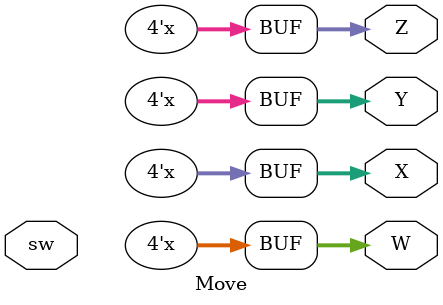
<source format=v>
`timescale 1ns / 1ps


module Move(
    input [7:0] sw,
    output reg [3:0] W,X,Y,Z
    );
    
    always @(*) begin
    case (sw[5:2])
        4'b0000 : begin
            W <= W;
        end
        4'b0001 : begin
            W <= X;
        end
        4'b0010 : begin
            W <= Y;
        end
        4'b0011 : begin
            W <= Z;
        end
        4'b0100 : begin
            X <= W;
        end
        4'b0101 : begin
            X <= X;
        end
        4'b0110 : begin
            X <= Y;
        end
        4'b0111 : begin
            X <= Z;
        end
        4'b1000 : begin
            Y <= W;
        end
        4'b1001 : begin
            Y <= X;
        end
        4'b1010 : begin
            Y <= Y;
        end
        4'b1011 : begin
            Y <= Z;
        end
        4'b1100 : begin
            Z <= W;
        end
        4'b1101 : begin
            Z <= X;
        end
        4'b1110 : begin
            Z <= Y;
        end
        4'b1111 : begin
            Z <= Z;
        end
    endcase    
    end
endmodule

</source>
